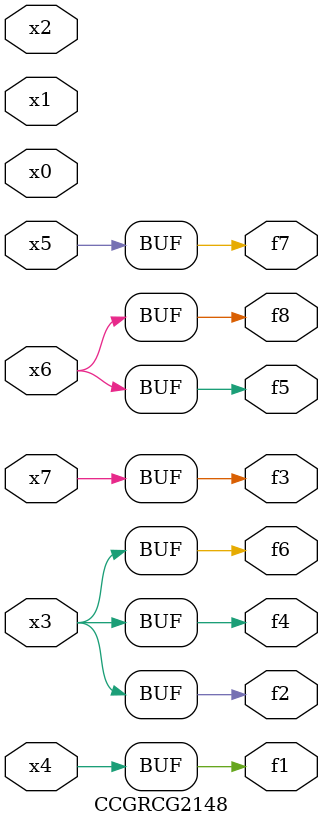
<source format=v>
module CCGRCG2148(
	input x0, x1, x2, x3, x4, x5, x6, x7,
	output f1, f2, f3, f4, f5, f6, f7, f8
);
	assign f1 = x4;
	assign f2 = x3;
	assign f3 = x7;
	assign f4 = x3;
	assign f5 = x6;
	assign f6 = x3;
	assign f7 = x5;
	assign f8 = x6;
endmodule

</source>
